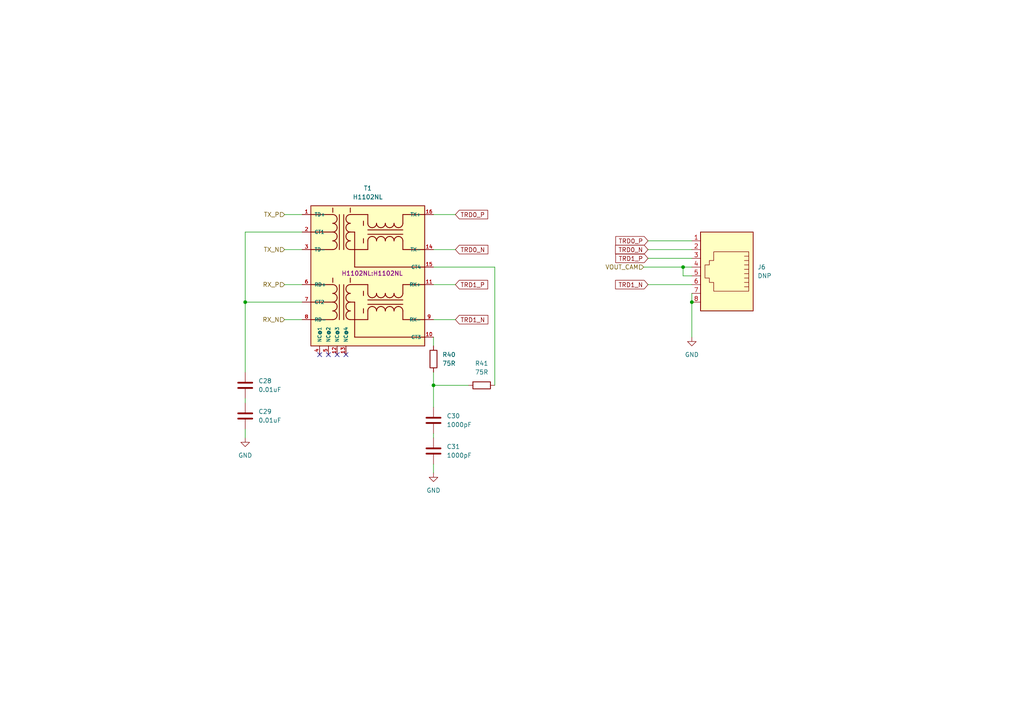
<source format=kicad_sch>
(kicad_sch (version 20230819) (generator eeschema)
  (paper "A4")
  (lib_symbols
    (symbol "Connector:RJ45" (pin_names (offset 1.016))
      (property "Reference" "J" (at -5.08 13.97 0))
      (property "Value" "RJ45" (at 2.54 13.97 0))
      (symbol "RJ45_0_1"
        (polyline (pts (xy -5.08 4.445) (xy -6.35 4.445)))
        (polyline (pts (xy -5.08 5.715) (xy -6.35 5.715)))
        (polyline (pts (xy -6.35 -3.175) (xy -5.08 -3.175) (xy -5.08 -3.175)))
        (polyline (pts (xy -6.35 -1.905) (xy -5.08 -1.905) (xy -5.08 -1.905)))
        (polyline (pts (xy -6.35 -0.635) (xy -5.08 -0.635) (xy -5.08 -0.635)))
        (polyline (pts (xy -6.35 0.635) (xy -5.08 0.635) (xy -5.08 0.635)))
        (polyline (pts (xy -6.35 1.905) (xy -5.08 1.905) (xy -5.08 1.905)))
        (polyline (pts (xy -5.08 3.175) (xy -6.35 3.175) (xy -6.35 3.175)))
        (polyline (pts (xy -6.35 -4.445) (xy -6.35 6.985) (xy 3.81 6.985) (xy 3.81 4.445) (xy 5.08 4.445) (xy 5.08 3.175) (xy 6.35 3.175) (xy 6.35 -0.635) (xy 5.08 -0.635) (xy 5.08 -1.905) (xy 3.81 -1.905) (xy 3.81 -4.445) (xy -6.35 -4.445) (xy -6.35 -4.445)))
        (rectangle (start 7.62 12.7) (end -7.62 -10.16) (stroke (width 0.254)) (fill (type background)))
      )
      (symbol "RJ45_1_1"
        (pin passive line (at 10.16 -7.62 180) (length 2.54) (name "~") (number "1"))
        (pin passive line (at 10.16 -5.08 180) (length 2.54) (name "~") (number "2"))
        (pin passive line (at 10.16 -2.54 180) (length 2.54) (name "~") (number "3"))
        (pin passive line (at 10.16 0 180) (length 2.54) (name "~") (number "4"))
        (pin passive line (at 10.16 2.54 180) (length 2.54) (name "~") (number "5"))
        (pin passive line (at 10.16 5.08 180) (length 2.54) (name "~") (number "6"))
        (pin passive line (at 10.16 7.62 180) (length 2.54) (name "~") (number "7"))
        (pin passive line (at 10.16 10.16 180) (length 2.54) (name "~") (number "8"))
      )
    )
    (symbol "Device:C" (pin_numbers hide) (pin_names (offset 0.254))
      (property "Reference" "C" (at 0.635 2.54 0))
      (property "Value" "C" (at 0.635 -2.54 0))
      (symbol "C_0_1"
        (polyline (pts (xy -2.032 -0.762) (xy 2.032 -0.762)) (stroke (width 0.508)))
        (polyline (pts (xy -2.032 0.762) (xy 2.032 0.762)) (stroke (width 0.508)))
      )
      (symbol "C_1_1"
        (pin passive line (at 0 3.81 270) (length 2.794) (name "~") (number "1"))
        (pin passive line (at 0 -3.81 90) (length 2.794) (name "~") (number "2"))
      )
    )
    (symbol "Device:R" (pin_numbers hide) (pin_names (offset 0))
      (property "Reference" "R" (at 2.032 0 90))
      (property "Value" "R" (at 0 0 90))
      (symbol "R_0_1"
        (rectangle (start -1.016 -2.54) (end 1.016 2.54) (stroke (width 0.254)))
      )
      (symbol "R_1_1"
        (pin passive line (at 0 3.81 270) (length 1.27) (name "~") (number "1"))
        (pin passive line (at 0 -3.81 90) (length 1.27) (name "~") (number "2"))
      )
    )
    (symbol "H1102NL:H1102NL" (pin_names (offset 1.016))
      (property "Reference" "T" (at -17.78 20.32 0))
      (property "Value" "H1102NL" (at -2.54 -22.86 0))
      (symbol "H1102NL_0_0"
        (rectangle (start -17.78 -20.32) (end 15.24 20.32) (stroke (width 0.254)) (fill (type background)))
        (arc (start -11.43 -12.7) (mid -10.532 -12.328) (end -10.16 -11.43) (stroke (width 0.254)))
        (arc (start -11.43 -10.16) (mid -10.532 -9.788) (end -10.16 -8.89) (stroke (width 0.254)))
        (arc (start -11.43 -7.62) (mid -10.532 -7.248) (end -10.16 -6.35) (stroke (width 0.254)))
        (arc (start -11.43 -5.08) (mid -10.532 -4.708) (end -10.16 -3.81) (stroke (width 0.254)))
        (arc (start -11.43 7.62) (mid -10.532 7.992) (end -10.16 8.89) (stroke (width 0.254)))
        (arc (start -11.43 10.16) (mid -10.532 10.532) (end -10.16 11.43) (stroke (width 0.254)))
        (arc (start -11.43 12.7) (mid -10.532 13.072) (end -10.16 13.97) (stroke (width 0.254)))
        (arc (start -11.43 15.24) (mid -10.532 15.612) (end -10.16 16.51) (stroke (width 0.254)))
        (arc (start -10.16 -11.43) (mid -10.532 -10.532) (end -11.43 -10.16) (stroke (width 0.254)))
        (arc (start -10.16 -8.89) (mid -10.532 -7.992) (end -11.43 -7.62) (stroke (width 0.254)))
        (arc (start -10.16 -6.35) (mid -10.532 -5.452) (end -11.43 -5.08) (stroke (width 0.254)))
        (arc (start -10.16 -3.81) (mid -10.532 -2.912) (end -11.43 -2.54) (stroke (width 0.254)))
        (arc (start -10.16 8.89) (mid -10.532 9.788) (end -11.43 10.16) (stroke (width 0.254)))
        (arc (start -10.16 11.43) (mid -10.532 12.328) (end -11.43 12.7) (stroke (width 0.254)))
        (arc (start -10.16 13.97) (mid -10.532 14.868) (end -11.43 15.24) (stroke (width 0.254)))
        (arc (start -10.16 16.51) (mid -10.532 17.408) (end -11.43 17.78) (stroke (width 0.254)))
        (arc (start -7.62 -11.43) (mid -7.248 -12.328) (end -6.35 -12.7) (stroke (width 0.254)))
        (arc (start -7.62 -8.89) (mid -7.248 -9.788) (end -6.35 -10.16) (stroke (width 0.254)))
        (arc (start -7.62 -6.35) (mid -7.248 -7.248) (end -6.35 -7.62) (stroke (width 0.254)))
        (arc (start -7.62 -3.81) (mid -7.248 -4.708) (end -6.35 -5.08) (stroke (width 0.254)))
        (arc (start -7.62 8.89) (mid -7.248 7.992) (end -6.35 7.62) (stroke (width 0.254)))
        (arc (start -7.62 11.43) (mid -7.248 10.532) (end -6.35 10.16) (stroke (width 0.254)))
        (arc (start -7.62 13.97) (mid -7.248 13.072) (end -6.35 12.7) (stroke (width 0.254)))
        (arc (start -7.62 16.51) (mid -7.248 15.612) (end -6.35 15.24) (stroke (width 0.254)))
        (arc (start -6.35 -10.16) (mid -7.248 -10.532) (end -7.62 -11.43) (stroke (width 0.254)))
        (arc (start -6.35 -7.62) (mid -7.248 -7.992) (end -7.62 -8.89) (stroke (width 0.254)))
        (arc (start -6.35 -5.08) (mid -7.248 -5.452) (end -7.62 -6.35) (stroke (width 0.254)))
        (arc (start -6.35 -2.54) (mid -7.248 -2.912) (end -7.62 -3.81) (stroke (width 0.254)))
        (arc (start -6.35 10.16) (mid -7.248 9.788) (end -7.62 8.89) (stroke (width 0.254)))
        (arc (start -6.35 12.7) (mid -7.248 12.328) (end -7.62 11.43) (stroke (width 0.254)))
        (arc (start -6.35 15.24) (mid -7.248 14.868) (end -7.62 13.97) (stroke (width 0.254)))
        (arc (start -6.35 17.78) (mid -7.248 17.408) (end -7.62 16.51) (stroke (width 0.254)))
        (arc (start -1.27 -5.08) (mid -0.898 -5.978) (end 0 -6.35) (stroke (width 0.254)))
        (arc (start -1.27 15.24) (mid -0.898 14.342) (end 0 13.97) (stroke (width 0.254)))
        (arc (start 0 -8.89) (mid -0.898 -9.262) (end -1.27 -10.16) (stroke (width 0.254)))
        (arc (start 0 -6.35) (mid 0.898 -5.978) (end 1.27 -5.08) (stroke (width 0.254)))
        (polyline (pts (xy -17.78 -2.54) (xy -11.43 -2.54)) (stroke (width 0.254)))
        (polyline (pts (xy -17.78 17.78) (xy -11.43 17.78)) (stroke (width 0.254)))
        (polyline (pts (xy -11.43 -12.7) (xy -17.78 -12.7)) (stroke (width 0.254)))
        (polyline (pts (xy -11.43 -7.62) (xy -17.78 -7.62)) (stroke (width 0.254)))
        (polyline (pts (xy -11.43 7.62) (xy -17.78 7.62)) (stroke (width 0.254)))
        (polyline (pts (xy -11.43 12.7) (xy -17.78 12.7)) (stroke (width 0.254)))
        (polyline (pts (xy -9.525 -2.54) (xy -9.525 -12.7)) (stroke (width 0.254)))
        (polyline (pts (xy -9.525 17.78) (xy -9.525 7.62)) (stroke (width 0.254)))
        (polyline (pts (xy -8.255 -2.54) (xy -8.255 -12.7)) (stroke (width 0.254)))
        (polyline (pts (xy -8.255 17.78) (xy -8.255 7.62)) (stroke (width 0.254)))
        (polyline (pts (xy -6.35 -7.62) (xy -5.08 -7.62)) (stroke (width 0.254)))
        (polyline (pts (xy -6.35 -2.54) (xy -1.27 -2.54)) (stroke (width 0.254)))
        (polyline (pts (xy -6.35 12.7) (xy -5.08 12.7)) (stroke (width 0.254)))
        (polyline (pts (xy -6.35 17.78) (xy -1.27 17.78)) (stroke (width 0.254)))
        (polyline (pts (xy -5.08 -17.78) (xy 15.24 -17.78)) (stroke (width 0.254)))
        (polyline (pts (xy -5.08 -7.62) (xy -5.08 -17.78)) (stroke (width 0.254)))
        (polyline (pts (xy -5.08 2.54) (xy 15.24 2.54)) (stroke (width 0.254)))
        (polyline (pts (xy -5.08 12.7) (xy -5.08 2.54)) (stroke (width 0.254)))
        (polyline (pts (xy -1.27 -12.7) (xy -6.35 -12.7)) (stroke (width 0.254)))
        (polyline (pts (xy -1.27 -12.7) (xy -1.27 -10.16)) (stroke (width 0.254)))
        (polyline (pts (xy -1.27 -8.255) (xy 8.89 -8.255)) (stroke (width 0.254)))
        (polyline (pts (xy -1.27 -6.985) (xy 8.89 -6.985)) (stroke (width 0.254)))
        (polyline (pts (xy -1.27 -2.54) (xy -1.27 -5.08)) (stroke (width 0.254)))
        (polyline (pts (xy -1.27 7.62) (xy -6.35 7.62)) (stroke (width 0.254)))
        (polyline (pts (xy -1.27 7.62) (xy -1.27 10.16)) (stroke (width 0.254)))
        (polyline (pts (xy -1.27 12.065) (xy 8.89 12.065)) (stroke (width 0.254)))
        (polyline (pts (xy -1.27 13.335) (xy 8.89 13.335)) (stroke (width 0.254)))
        (polyline (pts (xy -1.27 17.78) (xy -1.27 15.24)) (stroke (width 0.254)))
        (polyline (pts (xy 8.89 -12.7) (xy 15.24 -12.7)) (stroke (width 0.254)))
        (polyline (pts (xy 8.89 -10.16) (xy 8.89 -12.7)) (stroke (width 0.254)))
        (polyline (pts (xy 8.89 -5.08) (xy 8.89 -2.54)) (stroke (width 0.254)))
        (polyline (pts (xy 8.89 -2.54) (xy 15.24 -2.54)) (stroke (width 0.254)))
        (polyline (pts (xy 8.89 7.62) (xy 15.24 7.62)) (stroke (width 0.254)))
        (polyline (pts (xy 8.89 10.16) (xy 8.89 7.62)) (stroke (width 0.254)))
        (polyline (pts (xy 8.89 15.24) (xy 8.89 17.78)) (stroke (width 0.254)))
        (polyline (pts (xy 8.89 17.78) (xy 15.24 17.78)) (stroke (width 0.254)))
        (polyline (pts (xy -11.43 -0.635) (xy -11.43 -1.905) (xy -11.43 -0.635)) (stroke (width 0.254)) (fill (type outline)))
        (polyline (pts (xy -11.43 19.685) (xy -11.43 18.415) (xy -11.43 19.685)) (stroke (width 0.254)) (fill (type outline)))
        (polyline (pts (xy -6.35 -0.635) (xy -6.35 -1.905) (xy -6.35 -0.635)) (stroke (width 0.254)) (fill (type outline)))
        (polyline (pts (xy -6.35 19.685) (xy -6.35 18.415) (xy -6.35 19.685)) (stroke (width 0.254)) (fill (type outline)))
        (polyline (pts (xy -2.54 -9.525) (xy -2.54 -10.795) (xy -2.54 -9.525)) (stroke (width 0.254)) (fill (type outline)))
        (polyline (pts (xy -2.54 -4.445) (xy -2.54 -5.715) (xy -2.54 -4.445)) (stroke (width 0.254)) (fill (type outline)))
        (polyline (pts (xy -2.54 10.795) (xy -2.54 9.525) (xy -2.54 10.795)) (stroke (width 0.254)) (fill (type outline)))
        (polyline (pts (xy -2.54 15.875) (xy -2.54 14.605) (xy -2.54 15.875)) (stroke (width 0.254)) (fill (type outline)))
        (arc (start 0 11.43) (mid -0.898 11.058) (end -1.27 10.16) (stroke (width 0.254)))
        (arc (start 0 13.97) (mid 0.898 14.342) (end 1.27 15.24) (stroke (width 0.254)))
        (arc (start 1.27 -10.16) (mid 0.898 -9.262) (end 0 -8.89) (stroke (width 0.254)))
        (arc (start 1.27 -5.08) (mid 1.642 -5.978) (end 2.54 -6.35) (stroke (width 0.254)))
        (arc (start 1.27 10.16) (mid 0.898 11.058) (end 0 11.43) (stroke (width 0.254)))
        (arc (start 1.27 15.24) (mid 1.642 14.342) (end 2.54 13.97) (stroke (width 0.254)))
        (arc (start 2.54 -8.89) (mid 1.642 -9.262) (end 1.27 -10.16) (stroke (width 0.254)))
        (arc (start 2.54 -6.35) (mid 3.438 -5.978) (end 3.81 -5.08) (stroke (width 0.254)))
        (arc (start 2.54 11.43) (mid 1.642 11.058) (end 1.27 10.16) (stroke (width 0.254)))
        (arc (start 2.54 13.97) (mid 3.438 14.342) (end 3.81 15.24) (stroke (width 0.254)))
        (arc (start 3.81 -10.16) (mid 3.438 -9.262) (end 2.54 -8.89) (stroke (width 0.254)))
        (arc (start 3.81 -5.08) (mid 4.182 -5.978) (end 5.08 -6.35) (stroke (width 0.254)))
        (arc (start 3.81 10.16) (mid 3.438 11.058) (end 2.54 11.43) (stroke (width 0.254)))
        (arc (start 3.81 15.24) (mid 4.182 14.342) (end 5.08 13.97) (stroke (width 0.254)))
        (arc (start 5.08 -8.89) (mid 4.182 -9.262) (end 3.81 -10.16) (stroke (width 0.254)))
        (arc (start 5.08 -6.35) (mid 5.978 -5.978) (end 6.35 -5.08) (stroke (width 0.254)))
        (arc (start 5.08 11.43) (mid 4.182 11.058) (end 3.81 10.16) (stroke (width 0.254)))
        (arc (start 5.08 13.97) (mid 5.978 14.342) (end 6.35 15.24) (stroke (width 0.254)))
        (arc (start 6.35 -10.16) (mid 5.978 -9.262) (end 5.08 -8.89) (stroke (width 0.254)))
        (arc (start 6.35 -5.08) (mid 6.722 -5.978) (end 7.62 -6.35) (stroke (width 0.254)))
        (arc (start 6.35 10.16) (mid 5.978 11.058) (end 5.08 11.43) (stroke (width 0.254)))
        (arc (start 6.35 15.24) (mid 6.722 14.342) (end 7.62 13.97) (stroke (width 0.254)))
        (arc (start 7.62 -8.89) (mid 6.722 -9.262) (end 6.35 -10.16) (stroke (width 0.254)))
        (arc (start 7.62 -6.35) (mid 8.518 -5.978) (end 8.89 -5.08) (stroke (width 0.254)))
        (arc (start 7.62 11.43) (mid 6.722 11.058) (end 6.35 10.16) (stroke (width 0.254)))
        (arc (start 7.62 13.97) (mid 8.518 14.342) (end 8.89 15.24) (stroke (width 0.254)))
        (arc (start 8.89 -10.16) (mid 8.518 -9.262) (end 7.62 -8.89) (stroke (width 0.254)))
        (arc (start 8.89 10.16) (mid 8.518 11.058) (end 7.62 11.43) (stroke (width 0.254)))
        (pin passive line (at -20.32 17.78 0) (length 2.54) (name "TD+") (number "1"))
        (pin passive line (at 17.78 -17.78 180) (length 2.54) (name "CT3") (number "10"))
        (pin passive line (at 17.78 -2.54 180) (length 2.54) (name "RX+") (number "11"))
        (pin passive line (at -10.16 -22.86 90) (length 2.54) (name "NC@3") (number "12"))
        (pin passive line (at -7.62 -22.86 90) (length 2.54) (name "NC@4") (number "13"))
        (pin passive line (at 17.78 7.62 180) (length 2.54) (name "TX-") (number "14"))
        (pin passive line (at 17.78 2.54 180) (length 2.54) (name "CT4") (number "15"))
        (pin passive line (at 17.78 17.78 180) (length 2.54) (name "TX+") (number "16"))
        (pin passive line (at -20.32 12.7 0) (length 2.54) (name "CT1") (number "2"))
        (pin passive line (at -20.32 7.62 0) (length 2.54) (name "TD-") (number "3"))
        (pin passive line (at -15.24 -22.86 90) (length 2.54) (name "NC@1") (number "4"))
        (pin passive line (at -12.7 -22.86 90) (length 2.54) (name "NC@2") (number "5"))
        (pin passive line (at -20.32 -2.54 0) (length 2.54) (name "RD+") (number "6"))
        (pin passive line (at -20.32 -7.62 0) (length 2.54) (name "CT2") (number "7"))
        (pin passive line (at -20.32 -12.7 0) (length 2.54) (name "RD-") (number "8"))
        (pin passive line (at 17.78 -12.7 180) (length 2.54) (name "RX-") (number "9"))
      )
    )
    (symbol "power:GND" (power) (pin_names (offset 0))
      (property "Value" "GND" (at 0 -3.81 0))
      (symbol "GND_0_1"
        (polyline (pts (xy 0 0) (xy 0 -1.27) (xy 1.27 -1.27) (xy 0 -2.54) (xy -1.27 -1.27) (xy 0 -1.27)))
      )
      (symbol "GND_1_1"
        (pin power_in line (at 0 0 270) (length 0) hide (name "GND") (number "1"))
      )
    )
  )
  (junction (at 198.12 77.47))
  (junction (at 125.73 111.76))
  (junction (at 200.66 87.63))
  (junction (at 71.12 87.63))
  (no_connect (at 92.71 102.87))
  (no_connect (at 100.33 102.87))
  (no_connect (at 95.25 102.87))
  (no_connect (at 97.79 102.87))
  (wire (pts (xy 198.12 80.01) (xy 198.12 77.47)))
  (wire (pts (xy 125.73 127) (xy 125.73 125.73)))
  (wire (pts (xy 132.08 62.23) (xy 125.73 62.23)))
  (wire (pts (xy 200.66 85.09) (xy 200.66 87.63)))
  (wire (pts (xy 132.08 72.39) (xy 125.73 72.39)))
  (wire (pts (xy 187.96 74.93) (xy 200.66 74.93)))
  (wire (pts (xy 132.08 82.55) (xy 125.73 82.55)))
  (wire (pts (xy 71.12 87.63) (xy 87.63 87.63)))
  (wire (pts (xy 200.66 80.01) (xy 198.12 80.01)))
  (wire (pts (xy 87.63 67.31) (xy 71.12 67.31)))
  (wire (pts (xy 125.73 107.95) (xy 125.73 111.76)))
  (wire (pts (xy 71.12 87.63) (xy 71.12 107.95)))
  (wire (pts (xy 187.96 72.39) (xy 200.66 72.39)))
  (wire (pts (xy 198.12 77.47) (xy 200.66 77.47)))
  (wire (pts (xy 200.66 87.63) (xy 200.66 97.79)))
  (wire (pts (xy 71.12 127) (xy 71.12 124.46)))
  (wire (pts (xy 132.08 92.71) (xy 125.73 92.71)))
  (wire (pts (xy 125.73 137.16) (xy 125.73 134.62)))
  (wire (pts (xy 71.12 116.84) (xy 71.12 115.57)))
  (wire (pts (xy 143.51 77.47) (xy 143.51 111.76)))
  (wire (pts (xy 186.69 77.47) (xy 198.12 77.47)))
  (wire (pts (xy 125.73 111.76) (xy 135.89 111.76)))
  (wire (pts (xy 82.55 72.39) (xy 87.63 72.39)))
  (wire (pts (xy 125.73 111.76) (xy 125.73 118.11)))
  (wire (pts (xy 125.73 77.47) (xy 143.51 77.47)))
  (wire (pts (xy 187.96 82.55) (xy 200.66 82.55)))
  (wire (pts (xy 187.96 69.85) (xy 200.66 69.85)))
  (wire (pts (xy 82.55 82.55) (xy 87.63 82.55)))
  (wire (pts (xy 82.55 92.71) (xy 87.63 92.71)))
  (wire (pts (xy 82.55 62.23) (xy 87.63 62.23)))
  (wire (pts (xy 71.12 67.31) (xy 71.12 87.63)))
  (wire (pts (xy 125.73 97.79) (xy 125.73 100.33)))
  (global_label "TRD1_N" (shape input) (at 132.08 92.71 0) (property "Intersheetrefs" "${INTERSHEET_REFS}" (effects hide)))
  (global_label "TRD1_P" (shape input) (at 187.96 74.93 180) (property "Intersheetrefs" "${INTERSHEET_REFS}" (effects hide)))
  (global_label "TRD1_N" (shape input) (at 187.96 82.55 180) (property "Intersheetrefs" "${INTERSHEET_REFS}" (effects hide)))
  (global_label "TRD0_P" (shape input) (at 132.08 62.23 0) (property "Intersheetrefs" "${INTERSHEET_REFS}" (effects hide)))
  (global_label "TRD0_N" (shape input) (at 187.96 72.39 180) (property "Intersheetrefs" "${INTERSHEET_REFS}" (effects hide)))
  (global_label "TRD0_N" (shape input) (at 132.08 72.39 0) (property "Intersheetrefs" "${INTERSHEET_REFS}" (effects hide)))
  (global_label "TRD1_P" (shape input) (at 132.08 82.55 0) (property "Intersheetrefs" "${INTERSHEET_REFS}" (effects hide)))
  (global_label "TRD0_P" (shape input) (at 187.96 69.85 180) (property "Intersheetrefs" "${INTERSHEET_REFS}" (effects hide)))
  (hierarchical_label "TX_P" (shape input) (at 82.55 62.23 180))
  (hierarchical_label "RX_P" (shape input) (at 82.55 82.55 180))
  (hierarchical_label "RX_N" (shape input) (at 82.55 92.71 180))
  (hierarchical_label "VOUT_CAM" (shape input) (at 186.69 77.47 180))
  (hierarchical_label "TX_N" (shape input) (at 82.55 72.39 180))
  (symbol (lib_id "Device:C") (at 71.12 120.65 0) (unit 1)
    (property "Reference" "C29" (at 74.93 119.3799 0) (effects (justify left)))
    (property "Value" "0.01uF" (at 74.93 121.9199 0) (effects (justify left)))
    (property "Footprint" "Capacitor_SMD:C_0603_1608Metric" (effects hide))
    (instances (project "RP2040_minimal" (path "" (reference "C29") (unit 1))) (project "CM4" (path "" (reference "C29") (unit 1))) (project "Pi Zero (rp2040)" (path "" (reference "C?") (unit 1))))
  )
  (symbol (lib_id "power:GND") (at 200.66 97.79 0) (unit 1)
    (property "Reference" "#PWR07" (effects hide))
    (property "Value" "GND" (at 200.66 102.87 0))
    (instances (project "RP2040_minimal" (path "" (reference "#PWR07") (unit 1))) (project "CM4" (path "" (reference "#PWR07") (unit 1))) (project "Pi Zero (rp2040)" (path "" (reference "#PWR065") (unit 1))))
  )
  (symbol (lib_id "H1102NL:H1102NL") (at 107.95 80.01 0) (unit 1)
    (property "Reference" "T1" (at 106.68 54.61 0))
    (property "Value" "H1102NL" (at 106.68 57.15 0))
    (property "Footprint" "H1102NL:H1102NL" (at 107.95 80.01 0) (effects (justify bottom)))
    (instances (project "RP2040_minimal" (path "" (reference "T1") (unit 1))) (project "CM4" (path "" (reference "T1") (unit 1))) (project "Pi Zero (rp2040)" (path "" (reference "T?") (unit 1))))
  )
  (symbol (lib_id "Connector:RJ45") (at 210.82 77.47 180) (unit 1)
    (property "Reference" "J6" (at 219.71 77.47 0) (effects (justify right)))
    (property "Value" "DNP" (at 219.71 80.01 0) (effects (justify right)))
    (property "Footprint" "Connector_RJ:RJ45_Amphenol_54602-x08_Horizontal" (effects hide))
    (instances (project "RP2040_minimal" (path "" (reference "J6") (unit 1))) (project "CM4" (path "" (reference "J6") (unit 1))) (project "Pi Zero (rp2040)" (path "" (reference "J?") (unit 1))))
  )
  (symbol (lib_id "Device:C") (at 125.73 130.81 0) (unit 1)
    (property "Reference" "C31" (at 129.54 129.5399 0) (effects (justify left)))
    (property "Value" "1000pF" (at 129.54 132.0799 0) (effects (justify left)))
    (property "Footprint" "Capacitor_SMD:C_0603_1608Metric" (effects hide))
    (instances (project "RP2040_minimal" (path "" (reference "C31") (unit 1))) (project "CM4" (path "" (reference "C31") (unit 1))) (project "Pi Zero (rp2040)" (path "" (reference "C?") (unit 1))))
  )
  (symbol (lib_id "Device:C") (at 125.73 121.92 0) (unit 1)
    (property "Reference" "C30" (at 129.54 120.6499 0) (effects (justify left)))
    (property "Value" "1000pF" (at 129.54 123.1899 0) (effects (justify left)))
    (property "Footprint" "Capacitor_SMD:C_0603_1608Metric" (effects hide))
    (instances (project "RP2040_minimal" (path "" (reference "C30") (unit 1))) (project "CM4" (path "" (reference "C30") (unit 1))) (project "Pi Zero (rp2040)" (path "" (reference "C?") (unit 1))))
  )
  (symbol (lib_id "power:GND") (at 125.73 137.16 0) (unit 1)
    (property "Reference" "#PWR06" (effects hide))
    (property "Value" "GND" (at 125.73 142.24 0))
    (instances (project "RP2040_minimal" (path "" (reference "#PWR06") (unit 1))) (project "CM4" (path "" (reference "#PWR06") (unit 1))) (project "Pi Zero (rp2040)" (path "" (reference "#PWR061") (unit 1))))
  )
  (symbol (lib_id "Device:R") (at 125.73 104.14 180) (unit 1)
    (property "Reference" "R40" (at 128.27 102.8699 0) (effects (justify right)))
    (property "Value" "75R" (at 128.27 105.4099 0) (effects (justify right)))
    (property "Footprint" "Resistor_SMD:R_0603_1608Metric" (effects hide))
    (instances (project "RP2040_minimal" (path "" (reference "R40") (unit 1))) (project "CM4" (path "" (reference "R40") (unit 1))) (project "Pi Zero (rp2040)" (path "" (reference "R?") (unit 1))))
  )
  (symbol (lib_id "Device:R") (at 139.7 111.76 90) (unit 1)
    (property "Reference" "R41" (at 139.7 105.41 90))
    (property "Value" "75R" (at 139.7 107.95 90))
    (property "Footprint" "Resistor_SMD:R_0603_1608Metric" (effects hide))
    (instances (project "RP2040_minimal" (path "" (reference "R41") (unit 1))) (project "CM4" (path "" (reference "R41") (unit 1))) (project "Pi Zero (rp2040)" (path "" (reference "R?") (unit 1))))
  )
  (symbol (lib_id "power:GND") (at 71.12 127 0) (unit 1)
    (property "Reference" "#PWR05" (effects hide))
    (property "Value" "GND" (at 71.12 132.08 0))
    (instances (project "RP2040_minimal" (path "" (reference "#PWR05") (unit 1))) (project "CM4" (path "" (reference "#PWR05") (unit 1))) (project "Pi Zero (rp2040)" (path "" (reference "#PWR060") (unit 1))))
  )
  (symbol (lib_id "Device:C") (at 71.12 111.76 0) (unit 1)
    (property "Reference" "C28" (at 74.93 110.4899 0) (effects (justify left)))
    (property "Value" "0.01uF" (at 74.93 113.0299 0) (effects (justify left)))
    (property "Footprint" "Capacitor_SMD:C_0603_1608Metric" (effects hide))
    (instances (project "RP2040_minimal" (path "" (reference "C28") (unit 1))) (project "CM4" (path "" (reference "C28") (unit 1))) (project "Pi Zero (rp2040)" (path "" (reference "C?") (unit 1))))
  )
)
</source>
